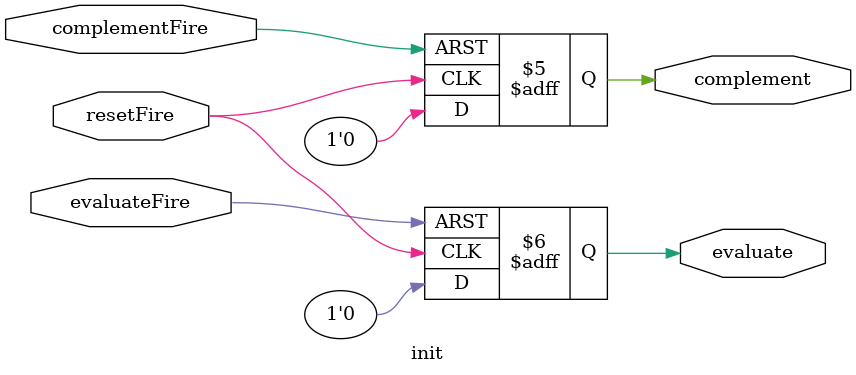
<source format=v>
 module init(evaluateFire,complementFire,resetFire,evaluate,complement );      
       
     input evaluateFire,complementFire,resetFire;  
     output evaluate,complement;      
       
     reg  evaluate = 0;       
     reg  complement = 0;       
       
   always @(posedge evaluateFire or posedge resetFire)       
      begin      
         if (evaluateFire) 
          begin 
            evaluate = 1; 
          end 
        else if(resetFire) 
          begin        
            evaluate = 0;
          end    
       end  
       
   always@(posedge complementFire or posedge resetFire)    
      begin
          if (complementFire) 
           begin   
             complement = 1;   
           end 
         else if(resetFire)   
           begin   
             complement = 0;  
           end    
        end  
       
  endmodule  
       
       
       

</source>
